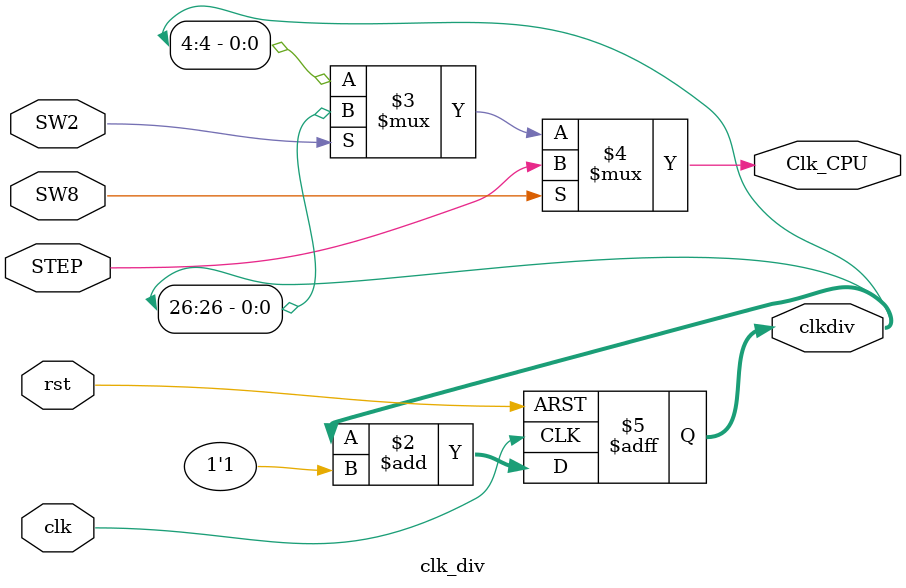
<source format=v>
`timescale 1ns / 1ps


module clk_div(input clk,
					input rst,
					input SW2,
					input SW8,
					input STEP,
					output reg[31:0]clkdiv,
					output Clk_CPU

    );
    always @ (posedge clk or posedge rst) begin 
            if (rst) clkdiv <= 0; else clkdiv <= clkdiv + 1'b1; end
            
        assign Clk_CPU = (SW8) ? STEP : (SW2)? clkdiv[26] : clkdiv[4];
endmodule

</source>
